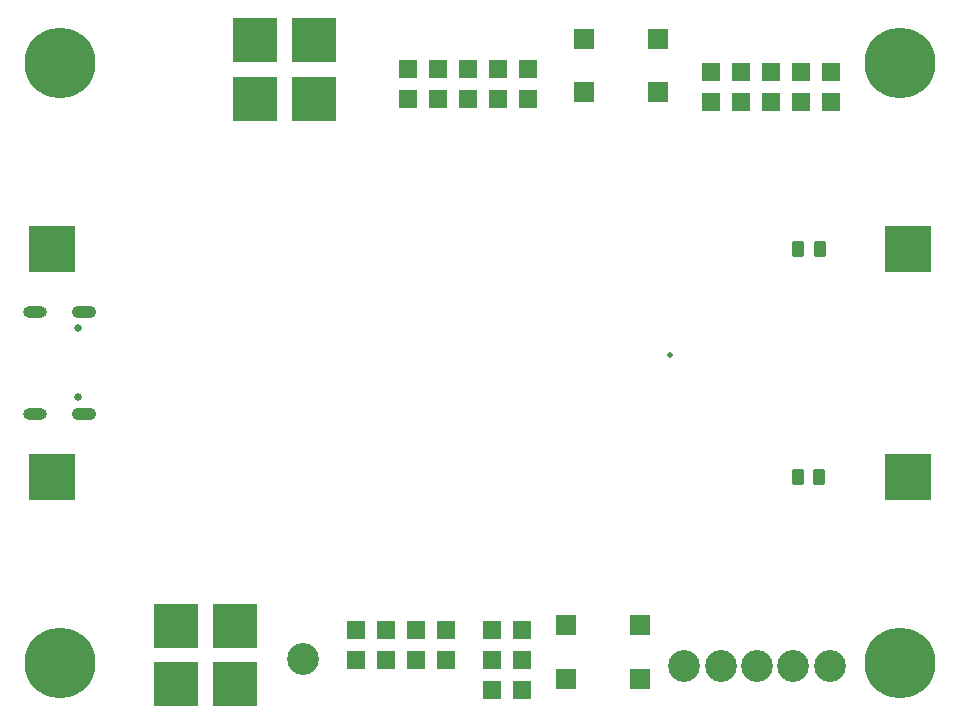
<source format=gbr>
%TF.GenerationSoftware,KiCad,Pcbnew,8.0.3+1*%
%TF.CreationDate,2024-07-24T18:39:24+00:00*%
%TF.ProjectId,LION2CELL02,4c494f4e-3243-4454-9c4c-30322e6b6963,rev?*%
%TF.SameCoordinates,Original*%
%TF.FileFunction,Soldermask,Top*%
%TF.FilePolarity,Negative*%
%FSLAX46Y46*%
G04 Gerber Fmt 4.6, Leading zero omitted, Abs format (unit mm)*
G04 Created by KiCad (PCBNEW 8.0.3+1) date 2024-07-24 18:39:24*
%MOMM*%
%LPD*%
G01*
G04 APERTURE LIST*
G04 Aperture macros list*
%AMRoundRect*
0 Rectangle with rounded corners*
0 $1 Rounding radius*
0 $2 $3 $4 $5 $6 $7 $8 $9 X,Y pos of 4 corners*
0 Add a 4 corners polygon primitive as box body*
4,1,4,$2,$3,$4,$5,$6,$7,$8,$9,$2,$3,0*
0 Add four circle primitives for the rounded corners*
1,1,$1+$1,$2,$3*
1,1,$1+$1,$4,$5*
1,1,$1+$1,$6,$7*
1,1,$1+$1,$8,$9*
0 Add four rect primitives between the rounded corners*
20,1,$1+$1,$2,$3,$4,$5,0*
20,1,$1+$1,$4,$5,$6,$7,0*
20,1,$1+$1,$6,$7,$8,$9,0*
20,1,$1+$1,$8,$9,$2,$3,0*%
G04 Aperture macros list end*
%ADD10R,3.810000X3.810000*%
%ADD11R,1.524000X1.524000*%
%ADD12R,1.676400X1.676400*%
%ADD13C,6.000000*%
%ADD14R,4.000000X4.000000*%
%ADD15RoundRect,0.250000X-0.262500X-0.450000X0.262500X-0.450000X0.262500X0.450000X-0.262500X0.450000X0*%
%ADD16RoundRect,0.250000X0.262500X0.450000X-0.262500X0.450000X-0.262500X-0.450000X0.262500X-0.450000X0*%
%ADD17C,2.700000*%
%ADD18C,0.650000*%
%ADD19O,2.000000X1.000000*%
%ADD20O,2.100000X1.050000*%
%ADD21C,0.500000*%
G04 APERTURE END LIST*
D10*
%TO.C,J2*%
X31690500Y57892200D03*
X26690500Y57892200D03*
%TD*%
%TO.C,J3*%
X31690500Y62896000D03*
X26690500Y62896000D03*
%TD*%
D11*
%TO.C,J4*%
X42799000Y12903200D03*
X42799000Y10363200D03*
X40259000Y12903200D03*
X40259000Y10363200D03*
X37719000Y12903200D03*
X37719000Y10363200D03*
X35179000Y12903200D03*
X35179000Y10363200D03*
%TD*%
%TO.C,J6*%
X42164000Y57912000D03*
X42164000Y60452000D03*
%TD*%
%TO.C,J7*%
X39624000Y57912000D03*
X39624000Y60452000D03*
%TD*%
D10*
%TO.C,J9*%
X19955500Y8323000D03*
X24955500Y8323000D03*
%TD*%
D11*
%TO.C,J10*%
X47244000Y57912000D03*
X47244000Y60452000D03*
%TD*%
%TO.C,J11*%
X49784000Y57912000D03*
X49784000Y60452000D03*
%TD*%
%TO.C,J12*%
X65278000Y57658000D03*
X65278000Y60198000D03*
X67818000Y57658000D03*
X67818000Y60198000D03*
X70358000Y57658000D03*
X70358000Y60198000D03*
X72898000Y57658000D03*
X72898000Y60198000D03*
X75438000Y57658000D03*
X75438000Y60198000D03*
%TD*%
D10*
%TO.C,J8*%
X19955500Y13276000D03*
X24955500Y13276000D03*
%TD*%
D12*
%TO.C,SW1*%
X54508000Y62956000D03*
X60808000Y62956000D03*
X54508000Y58456000D03*
X60808000Y58456000D03*
%TD*%
%TO.C,SW2*%
X52984000Y13299000D03*
X59284000Y13299000D03*
X52984000Y8799000D03*
X59284000Y8799000D03*
%TD*%
D11*
%TO.C,JP1*%
X44704000Y57912000D03*
X44704000Y60452000D03*
%TD*%
%TO.C,J5*%
X46685200Y12954000D03*
X49225200Y12954000D03*
X46685200Y10414000D03*
X49225200Y10414000D03*
X46685200Y7874000D03*
X49225200Y7874000D03*
%TD*%
D13*
%TO.C,H2*%
X81280000Y60960000D03*
%TD*%
%TO.C,H3*%
X10160000Y10160000D03*
%TD*%
D14*
%TO.C,B1*%
X9470000Y45210000D03*
X81970000Y45210000D03*
X9470000Y25910000D03*
X81970000Y25910000D03*
%TD*%
D13*
%TO.C,H4*%
X81280000Y10160000D03*
%TD*%
%TO.C,H1*%
X10160000Y60960000D03*
%TD*%
D15*
%TO.C,TH2*%
X72645900Y45161200D03*
X74470900Y45161200D03*
%TD*%
D16*
%TO.C,TH1*%
X74445500Y25908000D03*
X72620500Y25908000D03*
%TD*%
D17*
%TO.C,D1*%
X62992000Y9906000D03*
%TD*%
%TO.C,D3*%
X30759400Y10464800D03*
%TD*%
%TO.C,D4*%
X66071750Y9906000D03*
%TD*%
%TO.C,D7*%
X72231250Y9906000D03*
%TD*%
%TO.C,D8*%
X75311000Y9906000D03*
%TD*%
D18*
%TO.C,J1*%
X11681000Y32670000D03*
X11681000Y38450000D03*
D19*
X8001000Y31240000D03*
X8001000Y39880000D03*
D20*
X12181000Y31240000D03*
X12181000Y39880000D03*
%TD*%
D21*
%TO.C,U3*%
X61822104Y36193504D03*
%TD*%
D17*
%TO.C,D5*%
X69151500Y9906000D03*
%TD*%
M02*

</source>
